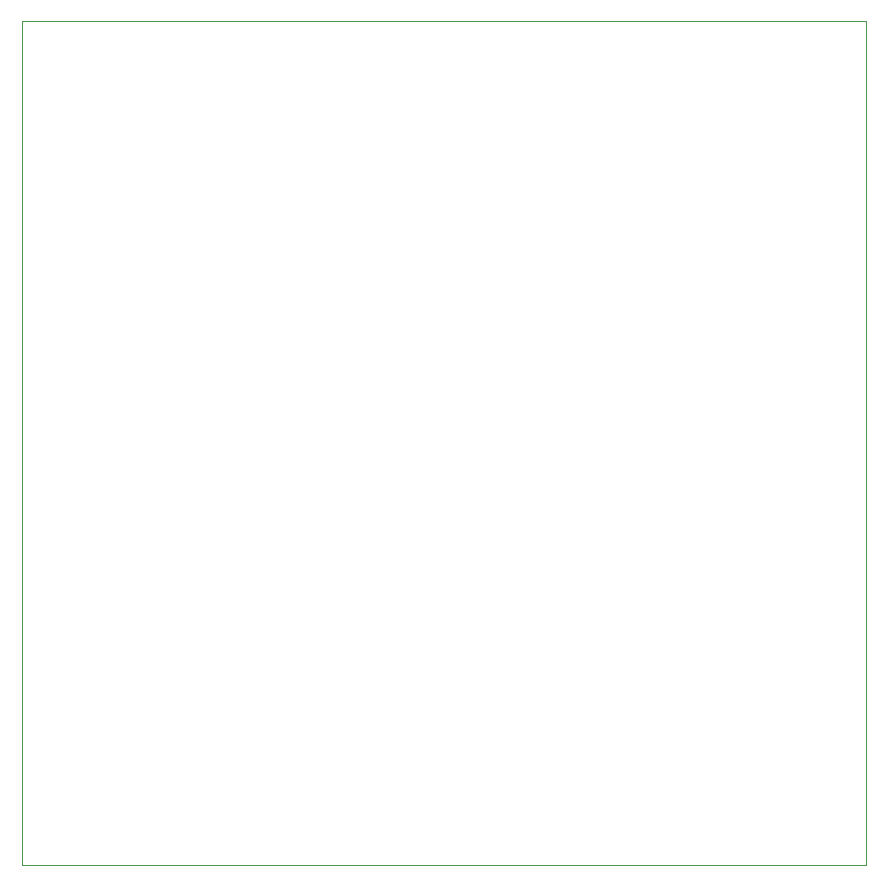
<source format=gbr>
%TF.GenerationSoftware,KiCad,Pcbnew,(7.0.0)*%
%TF.CreationDate,2023-06-01T09:50:49-06:00*%
%TF.ProjectId,Final_Project,46696e61-6c5f-4507-926f-6a6563742e6b,rev?*%
%TF.SameCoordinates,Original*%
%TF.FileFunction,Profile,NP*%
%FSLAX46Y46*%
G04 Gerber Fmt 4.6, Leading zero omitted, Abs format (unit mm)*
G04 Created by KiCad (PCBNEW (7.0.0)) date 2023-06-01 09:50:49*
%MOMM*%
%LPD*%
G01*
G04 APERTURE LIST*
%TA.AperFunction,Profile*%
%ADD10C,0.100000*%
%TD*%
G04 APERTURE END LIST*
D10*
X24790400Y-24257000D02*
X96266000Y-24257000D01*
X96266000Y-24257000D02*
X96266000Y-95732600D01*
X96266000Y-95732600D02*
X24790400Y-95732600D01*
X24790400Y-95732600D02*
X24790400Y-24257000D01*
M02*

</source>
